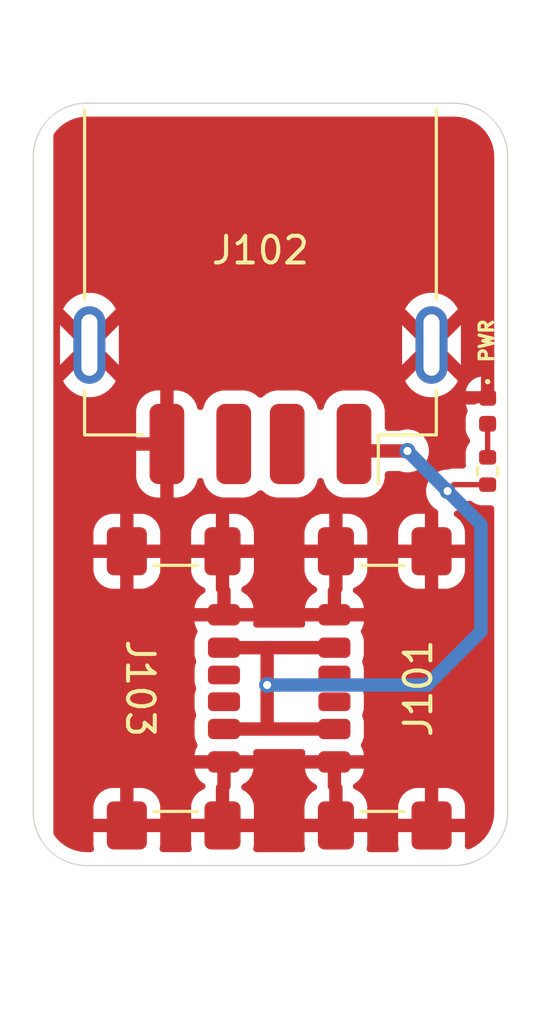
<source format=kicad_pcb>
(kicad_pcb (version 20241229) (generator "pcbnew") (generator_version "9.0")
  (layers (0 "F.Cu" signal) (2 "B.Cu" signal) (13 "F.Paste" user) (15 "B.Paste" user) (5 "F.SilkS" user "F.Silkscreen") (7 "B.SilkS" user "B.Silkscreen") (1 "F.Mask" user) (3 "B.Mask" user) (25 "Edge.Cuts" user))
  (net 0 "")
  (net 3 "GND")
  (net 8 "+5V")
  (net 9 "Net-(D101-A)")
  (footprint "LED_SMD:LED_0402_1005Metric" (layer "F.Cu") (at 153 85 -90)
    (property "Reference" "D101" (hide yes))
    (property "Value" "LED" (hide yes))
    (fp_circle (center -1.09 0) (end -1.04 0) (stroke (width 0.1)) (fill no) (layer "F.SilkS"))
    (pad "1" smd roundrect (at -0.485 0 270) (size 0.59 0.64) (layers "F.Cu" "F.Mask" "F.Paste") (net 3 "GND"))
    (pad "2" smd roundrect (at 0.485 0 270) (size 0.59 0.64) (layers "F.Cu" "F.Mask" "F.Paste") (net 9 "Net-(D101-A)"))
  )
  (footprint "Connector_USB:USB_C_Receptacle_GCT_USB4135-GF-A_6P_TopMnt_Horizontal" (layer "F.Cu") (at 150.3 95.375 90)
    (property "Reference" "J101" (at 0 0.1025 90) (layer "F.SilkS"))
    (property "Value" "USB_C_Receptacle_PowerOnly_6P")
    (fp_line (start 4.6 -2.04) (end 4.6 -0.41) (stroke (width 0.12)) (layer "F.SilkS"))
    (fp_line (start -4.6 -2.04) (end -4.6 -0.41) (stroke (width 0.12)) (layer "F.SilkS"))
    (pad "A5" smd roundrect (at -0.5 -3.0325 90) (size 0.7 1.2) (layers "F.Cu" "F.Mask" "F.Paste"))
    (pad "A9" smd roundrect (at 1.52 -3.0325 270) (size 0.76 1.2) (layers "F.Cu" "F.Mask" "F.Paste") (net 8 "+5V"))
    (pad "A12" smd roundrect (at 2.75 -3.0325 270) (size 0.8 1.2) (layers "F.Cu" "F.Mask" "F.Paste") (net 3 "GND"))
    (pad "B5" smd roundrect (at 0.5 -3.0325 270) (size 0.7 1.2) (layers "F.Cu" "F.Mask" "F.Paste"))
    (pad "B9" smd roundrect (at -1.52 -3.0325 90) (size 0.76 1.2) (layers "F.Cu" "F.Mask" "F.Paste") (net 8 "+5V"))
    (pad "B12" smd roundrect (at -2.75 -3.0325 90) (size 0.8 1.2) (layers "F.Cu" "F.Mask" "F.Paste") (net 3 "GND"))
    (pad "S1" smd roundrect (at -5.125 -2.9775 90) (size 1.8 1.35) (layers "F.Cu" "F.Mask" "F.Paste") (roundrect_rratio 0.1851851852) (net 3 "GND"))
    (pad "S1" smd roundrect (at -5.125 0.6025 90) (size 1.8 1.5) (layers "F.Cu" "F.Mask" "F.Paste") (roundrect_rratio 0.1666666667) (net 3 "GND"))
    (pad "S1" smd roundrect (at 5.125 -2.9775 90) (size 1.8 1.35) (layers "F.Cu" "F.Mask" "F.Paste") (roundrect_rratio 0.1851851852) (net 3 "GND"))
    (pad "S1" smd roundrect (at 5.125 0.6025 90) (size 1.8 1.5) (layers "F.Cu" "F.Mask" "F.Paste") (roundrect_rratio 0.1666666667) (net 3 "GND"))
  )
  (footprint "Connector_USB:USB_C_Receptacle_GCT_USB4135-GF-A_6P_TopMnt_Horizontal" (layer "F.Cu") (at 140.1025 95.375 -90)
    (property "Reference" "J103" (at 0 0.1025 270) (layer "F.SilkS"))
    (property "Value" "USB_C_Receptacle_PowerOnly_6P")
    (fp_line (start -4.6 -2.04) (end -4.6 -0.41) (stroke (width 0.12)) (layer "F.SilkS"))
    (fp_line (start 4.6 -2.04) (end 4.6 -0.41) (stroke (width 0.12)) (layer "F.SilkS"))
    (pad "A5" smd roundrect (at -0.5 -3.0325 270) (size 0.7 1.2) (layers "F.Cu" "F.Mask" "F.Paste"))
    (pad "A9" smd roundrect (at 1.52 -3.0325 90) (size 0.76 1.2) (layers "F.Cu" "F.Mask" "F.Paste") (net 8 "+5V"))
    (pad "A12" smd roundrect (at 2.75 -3.0325 90) (size 0.8 1.2) (layers "F.Cu" "F.Mask" "F.Paste") (net 3 "GND"))
    (pad "B5" smd roundrect (at 0.5 -3.0325 90) (size 0.7 1.2) (layers "F.Cu" "F.Mask" "F.Paste"))
    (pad "B9" smd roundrect (at -1.52 -3.0325 270) (size 0.76 1.2) (layers "F.Cu" "F.Mask" "F.Paste") (net 8 "+5V"))
    (pad "B12" smd roundrect (at -2.75 -3.0325 270) (size 0.8 1.2) (layers "F.Cu" "F.Mask" "F.Paste") (net 3 "GND"))
    (pad "S1" smd roundrect (at -5.125 -2.9775 270) (size 1.8 1.35) (layers "F.Cu" "F.Mask" "F.Paste") (roundrect_rratio 0.1851851852) (net 3 "GND"))
    (pad "S1" smd roundrect (at -5.125 0.6025 270) (size 1.8 1.5) (layers "F.Cu" "F.Mask" "F.Paste") (roundrect_rratio 0.1666666667) (net 3 "GND"))
    (pad "S1" smd roundrect (at 5.125 -2.9775 270) (size 1.8 1.35) (layers "F.Cu" "F.Mask" "F.Paste") (roundrect_rratio 0.1851851852) (net 3 "GND"))
    (pad "S1" smd roundrect (at 5.125 0.6025 270) (size 1.8 1.5) (layers "F.Cu" "F.Mask" "F.Paste") (roundrect_rratio 0.1666666667) (net 3 "GND"))
  )
  (footprint "Resistor_SMD:R_0402_1005Metric" (layer "F.Cu") (at 153 87.25 -90)
    (property "Reference" "R101" (hide yes))
    (property "Value" "470")
    (fp_line (start -0.153641 0.38) (end 0.153641 0.38) (stroke (width 0.12)) (layer "F.SilkS"))
    (fp_line (start -0.153641 -0.38) (end 0.153641 -0.38) (stroke (width 0.12)) (layer "F.SilkS"))
    (pad "1" smd roundrect (at -0.51 0 270) (size 0.54 0.64) (layers "F.Cu" "F.Mask" "F.Paste") (net 9 "Net-(D101-A)"))
    (pad "2" smd roundrect (at 0.51 0 270) (size 0.54 0.64) (layers "F.Cu" "F.Mask" "F.Paste") (net 8 "+5V"))
  )
  (footprint "Connector_USB:USB_A_Receptacle_GCT_USB1046" (layer "F.Cu") (at 144.5 78.99 180)
    (property "Reference" "J102" (at 0 -0.01 0) (layer "F.SilkS"))
    (property "Value" "USB_A")
    (fp_line (start 6.58 -1.84) (end 6.58 5.25) (stroke (width 0.12)) (layer "F.SilkS"))
    (fp_line (start 6.58 -6.91) (end 6.58 -5.26) (stroke (width 0.12)) (layer "F.SilkS"))
    (fp_line (start 4.41 -6.91) (end 6.58 -6.91) (stroke (width 0.12)) (layer "F.SilkS"))
    (fp_line (start -4.41 -6.91) (end -4.41 -8.75) (stroke (width 0.12)) (layer "F.SilkS"))
    (fp_line (start -4.41 -6.91) (end -6.58 -6.91) (stroke (width 0.12)) (layer "F.SilkS"))
    (fp_line (start -6.58 -1.84) (end -6.58 5.25) (stroke (width 0.12)) (layer "F.SilkS"))
    (fp_line (start -6.58 -6.91) (end -6.58 -5.26) (stroke (width 0.12)) (layer "F.SilkS"))
    (pad "1" smd roundrect (at -3.5 -7.25 180) (size 1.3 3) (layers "F.Cu" "F.Mask" "F.Paste") (net 8 "+5V"))
    (pad "2" smd roundrect (at -1 -7.25 180) (size 1.3 3) (layers "F.Cu" "F.Mask" "F.Paste"))
    (pad "3" smd roundrect (at 1 -7.25 180) (size 1.3 3) (layers "F.Cu" "F.Mask" "F.Paste"))
    (pad "4" smd roundrect (at 3.5 -7.25 180) (size 1.3 3) (layers "F.Cu" "F.Mask" "F.Paste") (net 3 "GND"))
    (pad "5" thru_hole oval (at -6.4 -3.55 180) (size 1.2 2.9) (drill oval 0.6 2.3) (property pad_prop_heatsink) (layers "*.Cu" "*.Mask") (net 3 "GND"))
    (pad "5" thru_hole oval (at 6.4 -3.55 180) (size 1.2 2.9) (drill oval 0.6 2.3) (property pad_prop_heatsink) (layers "*.Cu" "*.Mask") (net 3 "GND"))
  )
  (gr_line (start 153.75 75.5) (end 153.75 100) (stroke (width 0.05)) (layer "Edge.Cuts"))
  (gr_arc (start 136 75.5) (mid 136.585786 74.085786) (end 138 73.5) (stroke (width 0.05)) (layer "Edge.Cuts"))
  (gr_arc (start 153.75 100) (mid 153.164214 101.414214) (end 151.75 102) (stroke (width 0.05)) (layer "Edge.Cuts"))
  (gr_line (start 138 73.5) (end 151.75 73.5) (stroke (width 0.05)) (layer "Edge.Cuts"))
  (gr_arc (start 138 102) (mid 136.585786 101.414214) (end 136 100) (stroke (width 0.05)) (layer "Edge.Cuts"))
  (gr_line (start 136 100) (end 136 75.5) (stroke (width 0.05)) (layer "Edge.Cuts"))
  (gr_arc (start 151.75 73.5) (mid 153.164214 74.085786) (end 153.75 75.5) (stroke (width 0.05)) (layer "Edge.Cuts"))
  (gr_line (start 151.75 102) (end 138 102) (stroke (width 0.05)) (layer "Edge.Cuts"))
  (gr_text "PWR" (at 153.25 83.25 90) (layer "F.SilkS") (effects (font (size 0.5 0.5) (thickness 0.125) (bold yes)) (justify left bottom)))
  (segment (start 144.75 96.895) (end 144.75 95.25) (width 0.5) (layer "F.Cu") (net 8))
  (segment (start 143.135 96.895) (end 144.75 96.895) (width 0.5) (layer "F.Cu") (net 8))
  (segment (start 143.135 93.855) (end 144.75 93.855) (width 0.5) (layer "F.Cu") (net 8))
  (segment (start 144.75 93.855) (end 144.75 95.25) (width 0.5) (layer "F.Cu") (net 8))
  (segment (start 144.75 96.895) (end 147.2675 96.895) (width 0.5) (layer "F.Cu") (net 8))
  (segment (start 153 87.76) (end 151.74 87.76) (width 0.2) (layer "F.Cu") (net 8))
  (segment (start 150 86.5) (end 148.26 86.5) (width 0.5) (layer "F.Cu") (net 8))
  (segment (start 148.26 86.5) (end 148 86.24) (width 0.5) (layer "F.Cu") (net 8))
  (segment (start 151.74 87.76) (end 151.5 88) (width 0.2) (layer "F.Cu") (net 8))
  (segment (start 144.75 93.855) (end 147.2675 93.855) (width 0.5) (layer "F.Cu") (net 8))
  (via (at 150 86.5) (size 0.6) (drill 0.3) (layers "F.Cu" "B.Cu") (net 8))
  (via (at 144.75 95.25) (size 0.6) (drill 0.3) (layers "F.Cu" "B.Cu") (net 8))
  (via (at 151.5 88) (size 0.6) (drill 0.3) (layers "F.Cu" "B.Cu") (net 8))
  (segment (start 152.75 89.25) (end 151.5 88) (width 0.5) (layer "B.Cu") (net 8))
  (segment (start 150.75 95.25) (end 152.75 93.25) (width 0.5) (layer "B.Cu") (net 8))
  (segment (start 151.5 88) (end 150 86.5) (width 0.5) (layer "B.Cu") (net 8))
  (segment (start 144.75 95.25) (end 150.75 95.25) (width 0.5) (layer "B.Cu") (net 8))
  (segment (start 152.75 93.25) (end 152.75 89.25) (width 0.5) (layer "B.Cu") (net 8))
  (segment (start 153 86.74) (end 153 85.485) (width 0.2) (layer "F.Cu") (net 9))
  (zone (net 3) (net_name "GND") (layer "F.Cu") (priority 1) (connect_pads (clearance 0.5)) (min_thickness 0.25) (fill yes (thermal_gap 0.5) (thermal_bridge_width 0.5))
    (polygon (pts (xy 153.5 73.5) (xy 153.5 102) (xy 136.75 102) (xy 136.75 73.5)))
  )
)
</source>
